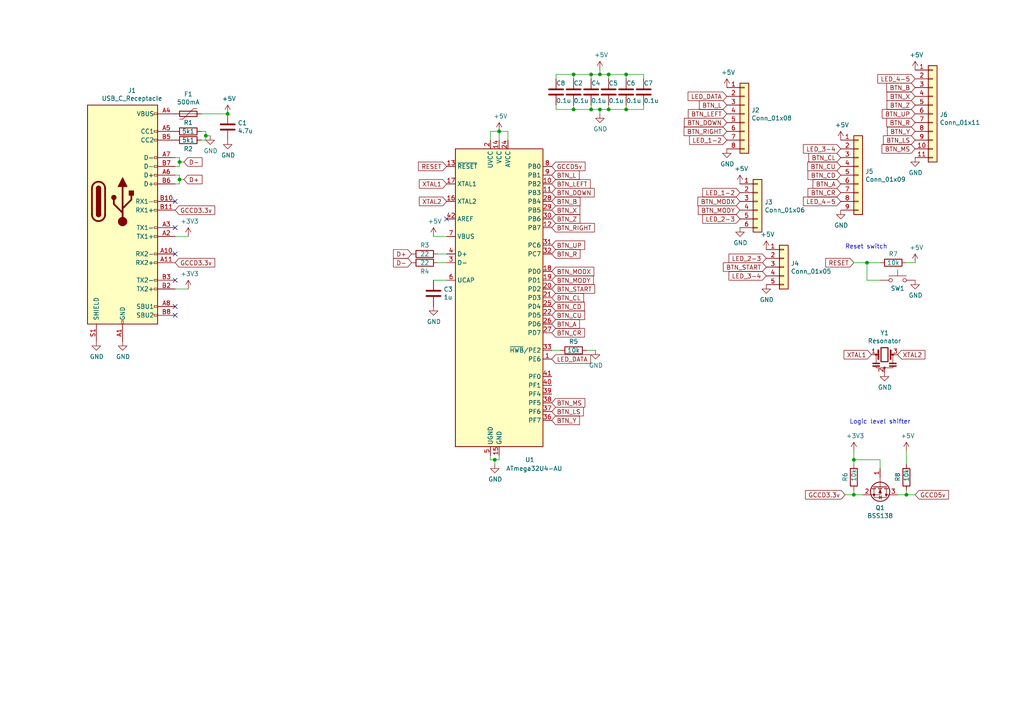
<source format=kicad_sch>
(kicad_sch (version 20230121) (generator eeschema)
  (paper "A4")
  (lib_symbols
    (symbol "Connector:USB_C_Receptacle" (pin_names (offset 1.016))
      (property "Reference" "J" (at -10.16 29.21 0))
      (property "Value" "USB_C_Receptacle" (at 10.16 29.21 0))
      (symbol "USB_C_Receptacle_0_0"
        (rectangle (start -0.254 -35.56) (end 0.254 -34.544))
        (rectangle (start 10.16 -32.766) (end 9.144 -33.274))
        (rectangle (start 10.16 -30.226) (end 9.144 -30.734))
        (rectangle (start 10.16 -25.146) (end 9.144 -25.654))
        (rectangle (start 10.16 -22.606) (end 9.144 -23.114))
        (rectangle (start 10.16 -17.526) (end 9.144 -18.034))
        (rectangle (start 10.16 -14.986) (end 9.144 -15.494))
        (rectangle (start 10.16 -9.906) (end 9.144 -10.414))
        (rectangle (start 10.16 -7.366) (end 9.144 -7.874))
        (rectangle (start 10.16 -2.286) (end 9.144 -2.794))
        (rectangle (start 10.16 0.254) (end 9.144 -0.254))
        (rectangle (start 10.16 5.334) (end 9.144 4.826))
        (rectangle (start 10.16 7.874) (end 9.144 7.366))
        (rectangle (start 10.16 10.414) (end 9.144 9.906))
        (rectangle (start 10.16 12.954) (end 9.144 12.446))
        (rectangle (start 10.16 18.034) (end 9.144 17.526))
        (rectangle (start 10.16 20.574) (end 9.144 20.066))
        (rectangle (start 10.16 25.654) (end 9.144 25.146))
      )
      (symbol "USB_C_Receptacle_0_1"
        (rectangle (start -10.16 27.94) (end 10.16 -35.56) (stroke (width 0.254)) (fill (type background)))
        (arc (start -8.89 -3.81) (mid -6.985 -5.7067) (end -5.08 -3.81) (stroke (width 0.508)))
        (arc (start -7.62 -3.81) (mid -6.985 -4.4423) (end -6.35 -3.81) (stroke (width 0.254)))
        (arc (start -7.62 -3.81) (mid -6.985 -4.4423) (end -6.35 -3.81) (stroke (width 0.254)) (fill (type outline)))
        (rectangle (start -7.62 -3.81) (end -6.35 3.81) (stroke (width 0.254)) (fill (type outline)))
        (arc (start -6.35 3.81) (mid -6.985 4.4423) (end -7.62 3.81) (stroke (width 0.254)))
        (arc (start -6.35 3.81) (mid -6.985 4.4423) (end -7.62 3.81) (stroke (width 0.254)) (fill (type outline)))
        (arc (start -5.08 3.81) (mid -6.985 5.7067) (end -8.89 3.81) (stroke (width 0.508)))
        (polyline (pts (xy -8.89 -3.81) (xy -8.89 3.81)) (stroke (width 0.508)))
        (polyline (pts (xy -5.08 3.81) (xy -5.08 -3.81)) (stroke (width 0.508)))
      )
      (symbol "USB_C_Receptacle_1_1"
        (circle (center -2.54 1.143) (radius 0.635) (stroke (width 0.254)) (fill (type outline)))
        (circle (center 0 -5.842) (radius 1.27) (fill (type outline)))
        (polyline (pts (xy 0 -5.842) (xy 0 4.318)) (stroke (width 0.508)))
        (polyline (pts (xy 0 -3.302) (xy -2.54 -0.762) (xy -2.54 0.508)) (stroke (width 0.508)))
        (polyline (pts (xy 0 -2.032) (xy 2.54 0.508) (xy 2.54 1.778)) (stroke (width 0.508)))
        (polyline (pts (xy -1.27 4.318) (xy 0 6.858) (xy 1.27 4.318) (xy -1.27 4.318)) (stroke (width 0.254)) (fill (type outline)))
        (rectangle (start 1.905 1.778) (end 3.175 3.048) (stroke (width 0.254)) (fill (type outline)))
        (pin passive line (at 0 -40.64 90) (length 5.08) (name "GND") (number "A1"))
        (pin bidirectional line (at 15.24 -15.24 180) (length 5.08) (name "RX2-") (number "A10"))
        (pin bidirectional line (at 15.24 -17.78 180) (length 5.08) (name "RX2+") (number "A11"))
        (pin passive line (at 0 -40.64 90) (length 5.08) hide (name "GND") (number "A12"))
        (pin bidirectional line (at 15.24 -10.16 180) (length 5.08) (name "TX1+") (number "A2"))
        (pin bidirectional line (at 15.24 -7.62 180) (length 5.08) (name "TX1-") (number "A3"))
        (pin passive line (at 15.24 25.4 180) (length 5.08) (name "VBUS") (number "A4"))
        (pin bidirectional line (at 15.24 20.32 180) (length 5.08) (name "CC1") (number "A5"))
        (pin bidirectional line (at 15.24 7.62 180) (length 5.08) (name "D+") (number "A6"))
        (pin bidirectional line (at 15.24 12.7 180) (length 5.08) (name "D-") (number "A7"))
        (pin bidirectional line (at 15.24 -30.48 180) (length 5.08) (name "SBU1") (number "A8"))
        (pin passive line (at 15.24 25.4 180) (length 5.08) hide (name "VBUS") (number "A9"))
        (pin passive line (at 0 -40.64 90) (length 5.08) hide (name "GND") (number "B1"))
        (pin bidirectional line (at 15.24 0 180) (length 5.08) (name "RX1-") (number "B10"))
        (pin bidirectional line (at 15.24 -2.54 180) (length 5.08) (name "RX1+") (number "B11"))
        (pin passive line (at 0 -40.64 90) (length 5.08) hide (name "GND") (number "B12"))
        (pin bidirectional line (at 15.24 -25.4 180) (length 5.08) (name "TX2+") (number "B2"))
        (pin bidirectional line (at 15.24 -22.86 180) (length 5.08) (name "TX2-") (number "B3"))
        (pin passive line (at 15.24 25.4 180) (length 5.08) hide (name "VBUS") (number "B4"))
        (pin bidirectional line (at 15.24 17.78 180) (length 5.08) (name "CC2") (number "B5"))
        (pin bidirectional line (at 15.24 5.08 180) (length 5.08) (name "D+") (number "B6"))
        (pin bidirectional line (at 15.24 10.16 180) (length 5.08) (name "D-") (number "B7"))
        (pin bidirectional line (at 15.24 -33.02 180) (length 5.08) (name "SBU2") (number "B8"))
        (pin passive line (at 15.24 25.4 180) (length 5.08) hide (name "VBUS") (number "B9"))
        (pin passive line (at -7.62 -40.64 90) (length 5.08) (name "SHIELD") (number "S1"))
      )
    )
    (symbol "Connector_Generic:Conn_01x05" (pin_names (offset 1.016) hide)
      (property "Reference" "J" (at 0 7.62 0))
      (property "Value" "Conn_01x05" (at 0 -7.62 0))
      (symbol "Conn_01x05_1_1"
        (rectangle (start -1.27 -4.953) (end 0 -5.207) (stroke (width 0.1524)))
        (rectangle (start -1.27 -2.413) (end 0 -2.667) (stroke (width 0.1524)))
        (rectangle (start -1.27 0.127) (end 0 -0.127) (stroke (width 0.1524)))
        (rectangle (start -1.27 2.667) (end 0 2.413) (stroke (width 0.1524)))
        (rectangle (start -1.27 5.207) (end 0 4.953) (stroke (width 0.1524)))
        (rectangle (start -1.27 6.35) (end 1.27 -6.35) (stroke (width 0.254)) (fill (type background)))
        (pin passive line (at -5.08 5.08 0) (length 3.81) (name "Pin_1") (number "1"))
        (pin passive line (at -5.08 2.54 0) (length 3.81) (name "Pin_2") (number "2"))
        (pin passive line (at -5.08 0 0) (length 3.81) (name "Pin_3") (number "3"))
        (pin passive line (at -5.08 -2.54 0) (length 3.81) (name "Pin_4") (number "4"))
        (pin passive line (at -5.08 -5.08 0) (length 3.81) (name "Pin_5") (number "5"))
      )
    )
    (symbol "Connector_Generic:Conn_01x06" (pin_names (offset 1.016) hide)
      (property "Reference" "J" (at 0 7.62 0))
      (property "Value" "Conn_01x06" (at 0 -10.16 0))
      (symbol "Conn_01x06_1_1"
        (rectangle (start -1.27 -7.493) (end 0 -7.747) (stroke (width 0.1524)))
        (rectangle (start -1.27 -4.953) (end 0 -5.207) (stroke (width 0.1524)))
        (rectangle (start -1.27 -2.413) (end 0 -2.667) (stroke (width 0.1524)))
        (rectangle (start -1.27 0.127) (end 0 -0.127) (stroke (width 0.1524)))
        (rectangle (start -1.27 2.667) (end 0 2.413) (stroke (width 0.1524)))
        (rectangle (start -1.27 5.207) (end 0 4.953) (stroke (width 0.1524)))
        (rectangle (start -1.27 6.35) (end 1.27 -8.89) (stroke (width 0.254)) (fill (type background)))
        (pin passive line (at -5.08 5.08 0) (length 3.81) (name "Pin_1") (number "1"))
        (pin passive line (at -5.08 2.54 0) (length 3.81) (name "Pin_2") (number "2"))
        (pin passive line (at -5.08 0 0) (length 3.81) (name "Pin_3") (number "3"))
        (pin passive line (at -5.08 -2.54 0) (length 3.81) (name "Pin_4") (number "4"))
        (pin passive line (at -5.08 -5.08 0) (length 3.81) (name "Pin_5") (number "5"))
        (pin passive line (at -5.08 -7.62 0) (length 3.81) (name "Pin_6") (number "6"))
      )
    )
    (symbol "Connector_Generic:Conn_01x08" (pin_names (offset 1.016) hide)
      (property "Reference" "J" (at 0 10.16 0))
      (property "Value" "Conn_01x08" (at 0 -12.7 0))
      (symbol "Conn_01x08_1_1"
        (rectangle (start -1.27 -10.033) (end 0 -10.287) (stroke (width 0.1524)))
        (rectangle (start -1.27 -7.493) (end 0 -7.747) (stroke (width 0.1524)))
        (rectangle (start -1.27 -4.953) (end 0 -5.207) (stroke (width 0.1524)))
        (rectangle (start -1.27 -2.413) (end 0 -2.667) (stroke (width 0.1524)))
        (rectangle (start -1.27 0.127) (end 0 -0.127) (stroke (width 0.1524)))
        (rectangle (start -1.27 2.667) (end 0 2.413) (stroke (width 0.1524)))
        (rectangle (start -1.27 5.207) (end 0 4.953) (stroke (width 0.1524)))
        (rectangle (start -1.27 7.747) (end 0 7.493) (stroke (width 0.1524)))
        (rectangle (start -1.27 8.89) (end 1.27 -11.43) (stroke (width 0.254)) (fill (type background)))
        (pin passive line (at -5.08 7.62 0) (length 3.81) (name "Pin_1") (number "1"))
        (pin passive line (at -5.08 5.08 0) (length 3.81) (name "Pin_2") (number "2"))
        (pin passive line (at -5.08 2.54 0) (length 3.81) (name "Pin_3") (number "3"))
        (pin passive line (at -5.08 0 0) (length 3.81) (name "Pin_4") (number "4"))
        (pin passive line (at -5.08 -2.54 0) (length 3.81) (name "Pin_5") (number "5"))
        (pin passive line (at -5.08 -5.08 0) (length 3.81) (name "Pin_6") (number "6"))
        (pin passive line (at -5.08 -7.62 0) (length 3.81) (name "Pin_7") (number "7"))
        (pin passive line (at -5.08 -10.16 0) (length 3.81) (name "Pin_8") (number "8"))
      )
    )
    (symbol "Connector_Generic:Conn_01x09" (pin_names (offset 1.016) hide)
      (property "Reference" "J" (at 0 12.7 0))
      (property "Value" "Conn_01x09" (at 0 -12.7 0))
      (symbol "Conn_01x09_1_1"
        (rectangle (start -1.27 -10.033) (end 0 -10.287) (stroke (width 0.1524)))
        (rectangle (start -1.27 -7.493) (end 0 -7.747) (stroke (width 0.1524)))
        (rectangle (start -1.27 -4.953) (end 0 -5.207) (stroke (width 0.1524)))
        (rectangle (start -1.27 -2.413) (end 0 -2.667) (stroke (width 0.1524)))
        (rectangle (start -1.27 0.127) (end 0 -0.127) (stroke (width 0.1524)))
        (rectangle (start -1.27 2.667) (end 0 2.413) (stroke (width 0.1524)))
        (rectangle (start -1.27 5.207) (end 0 4.953) (stroke (width 0.1524)))
        (rectangle (start -1.27 7.747) (end 0 7.493) (stroke (width 0.1524)))
        (rectangle (start -1.27 10.287) (end 0 10.033) (stroke (width 0.1524)))
        (rectangle (start -1.27 11.43) (end 1.27 -11.43) (stroke (width 0.254)) (fill (type background)))
        (pin passive line (at -5.08 10.16 0) (length 3.81) (name "Pin_1") (number "1"))
        (pin passive line (at -5.08 7.62 0) (length 3.81) (name "Pin_2") (number "2"))
        (pin passive line (at -5.08 5.08 0) (length 3.81) (name "Pin_3") (number "3"))
        (pin passive line (at -5.08 2.54 0) (length 3.81) (name "Pin_4") (number "4"))
        (pin passive line (at -5.08 0 0) (length 3.81) (name "Pin_5") (number "5"))
        (pin passive line (at -5.08 -2.54 0) (length 3.81) (name "Pin_6") (number "6"))
        (pin passive line (at -5.08 -5.08 0) (length 3.81) (name "Pin_7") (number "7"))
        (pin passive line (at -5.08 -7.62 0) (length 3.81) (name "Pin_8") (number "8"))
        (pin passive line (at -5.08 -10.16 0) (length 3.81) (name "Pin_9") (number "9"))
      )
    )
    (symbol "Connector_Generic:Conn_01x11" (pin_names (offset 1.016) hide)
      (property "Reference" "J" (at 0 15.24 0))
      (property "Value" "Conn_01x11" (at 0 -15.24 0))
      (symbol "Conn_01x11_1_1"
        (rectangle (start -1.27 -12.573) (end 0 -12.827) (stroke (width 0.1524)))
        (rectangle (start -1.27 -10.033) (end 0 -10.287) (stroke (width 0.1524)))
        (rectangle (start -1.27 -7.493) (end 0 -7.747) (stroke (width 0.1524)))
        (rectangle (start -1.27 -4.953) (end 0 -5.207) (stroke (width 0.1524)))
        (rectangle (start -1.27 -2.413) (end 0 -2.667) (stroke (width 0.1524)))
        (rectangle (start -1.27 0.127) (end 0 -0.127) (stroke (width 0.1524)))
        (rectangle (start -1.27 2.667) (end 0 2.413) (stroke (width 0.1524)))
        (rectangle (start -1.27 5.207) (end 0 4.953) (stroke (width 0.1524)))
        (rectangle (start -1.27 7.747) (end 0 7.493) (stroke (width 0.1524)))
        (rectangle (start -1.27 10.287) (end 0 10.033) (stroke (width 0.1524)))
        (rectangle (start -1.27 12.827) (end 0 12.573) (stroke (width 0.1524)))
        (rectangle (start -1.27 13.97) (end 1.27 -13.97) (stroke (width 0.254)) (fill (type background)))
        (pin passive line (at -5.08 12.7 0) (length 3.81) (name "Pin_1") (number "1"))
        (pin passive line (at -5.08 -10.16 0) (length 3.81) (name "Pin_10") (number "10"))
        (pin passive line (at -5.08 -12.7 0) (length 3.81) (name "Pin_11") (number "11"))
        (pin passive line (at -5.08 10.16 0) (length 3.81) (name "Pin_2") (number "2"))
        (pin passive line (at -5.08 7.62 0) (length 3.81) (name "Pin_3") (number "3"))
        (pin passive line (at -5.08 5.08 0) (length 3.81) (name "Pin_4") (number "4"))
        (pin passive line (at -5.08 2.54 0) (length 3.81) (name "Pin_5") (number "5"))
        (pin passive line (at -5.08 0 0) (length 3.81) (name "Pin_6") (number "6"))
        (pin passive line (at -5.08 -2.54 0) (length 3.81) (name "Pin_7") (number "7"))
        (pin passive line (at -5.08 -5.08 0) (length 3.81) (name "Pin_8") (number "8"))
        (pin passive line (at -5.08 -7.62 0) (length 3.81) (name "Pin_9") (number "9"))
      )
    )
    (symbol "Device:C" (pin_numbers hide) (pin_names (offset 0.254))
      (property "Reference" "C" (at 0.635 2.54 0))
      (property "Value" "C" (at 0.635 -2.54 0))
      (symbol "C_0_1"
        (polyline (pts (xy -2.032 -0.762) (xy 2.032 -0.762)) (stroke (width 0.508)))
        (polyline (pts (xy -2.032 0.762) (xy 2.032 0.762)) (stroke (width 0.508)))
      )
      (symbol "C_1_1"
        (pin passive line (at 0 3.81 270) (length 2.794) (name "~") (number "1"))
        (pin passive line (at 0 -3.81 90) (length 2.794) (name "~") (number "2"))
      )
    )
    (symbol "Device:Polyfuse" (pin_numbers hide) (pin_names (offset 0))
      (property "Reference" "F" (at -2.54 0 90))
      (property "Value" "Polyfuse" (at 2.54 0 90))
      (symbol "Polyfuse_0_1"
        (rectangle (start -0.762 2.54) (end 0.762 -2.54) (stroke (width 0.254)))
        (polyline (pts (xy 0 2.54) (xy 0 -2.54)))
        (polyline (pts (xy -1.524 2.54) (xy -1.524 1.524) (xy 1.524 -1.524) (xy 1.524 -2.54)))
      )
      (symbol "Polyfuse_1_1"
        (pin passive line (at 0 3.81 270) (length 1.27) (name "~") (number "1"))
        (pin passive line (at 0 -3.81 90) (length 1.27) (name "~") (number "2"))
      )
    )
    (symbol "Device:R" (pin_numbers hide) (pin_names (offset 0))
      (property "Reference" "R" (at 2.032 0 90))
      (property "Value" "R" (at 0 0 90))
      (symbol "R_0_1"
        (rectangle (start -1.016 -2.54) (end 1.016 2.54) (stroke (width 0.254)))
      )
      (symbol "R_1_1"
        (pin passive line (at 0 3.81 270) (length 1.27) (name "~") (number "1"))
        (pin passive line (at 0 -3.81 90) (length 1.27) (name "~") (number "2"))
      )
    )
    (symbol "Device:Resonator" (pin_names (offset 1.016) hide)
      (property "Reference" "Y" (at 0 5.715 0))
      (property "Value" "Resonator" (at 0 3.81 0))
      (symbol "Resonator_0_1"
        (rectangle (start -3.429 -3.175) (end -1.397 -3.429) (fill (type outline)))
        (rectangle (start -3.429 -2.413) (end -1.397 -2.667) (fill (type outline)))
        (circle (center -2.413 0) (radius 0.254) (fill (type outline)))
        (rectangle (start -1.016 2.032) (end 1.016 -2.032) (stroke (width 0.3048)))
        (circle (center 0 -3.81) (radius 0.254) (fill (type outline)))
        (polyline (pts (xy -2.413 -2.413) (xy -2.413 0)))
        (polyline (pts (xy -1.905 0) (xy -3.175 0)))
        (polyline (pts (xy -1.778 -1.27) (xy -1.778 1.27)) (stroke (width 0.508)))
        (polyline (pts (xy 1.778 -1.27) (xy 1.778 1.27)) (stroke (width 0.508)))
        (polyline (pts (xy 1.905 0) (xy 2.54 0)))
        (polyline (pts (xy 2.413 0) (xy 2.413 -2.54)))
        (polyline (pts (xy 2.413 -3.302) (xy 2.413 -3.81) (xy -2.413 -3.81) (xy -2.413 -3.302)))
        (rectangle (start 1.397 -3.175) (end 3.429 -3.429) (fill (type outline)))
        (rectangle (start 1.397 -2.413) (end 3.429 -2.667) (fill (type outline)))
        (circle (center 2.413 0) (radius 0.254) (fill (type outline)))
      )
      (symbol "Resonator_1_1"
        (pin passive line (at -3.81 0 0) (length 1.27) (name "1") (number "1"))
        (pin passive line (at 0 -5.08 90) (length 1.27) (name "2") (number "2"))
        (pin passive line (at 3.81 0 180) (length 1.27) (name "3") (number "3"))
      )
    )
    (symbol "MCU_Microchip_ATmega:ATmega32U4-AU"
      (property "Reference" "U" (at -12.7 44.45 0))
      (property "Value" "MCU_Microchip_ATmega_ATmega32U4-AU" (at 2.54 -44.45 0))
      (symbol "ATmega32U4-AU_0_1"
        (rectangle (start -12.7 -43.18) (end 12.7 43.18) (stroke (width 0.254)) (fill (type background)))
      )
      (symbol "ATmega32U4-AU_1_1"
        (pin bidirectional line (at 15.24 -17.78 180) (length 2.54) (name "PE6") (number "1"))
        (pin bidirectional line (at 15.24 33.02 180) (length 2.54) (name "PB2") (number "10"))
        (pin bidirectional line (at 15.24 30.48 180) (length 2.54) (name "PB3") (number "11"))
        (pin bidirectional line (at 15.24 20.32 180) (length 2.54) (name "PB7") (number "12"))
        (pin input line (at -15.24 38.1 0) (length 2.54) (name "~{RESET}") (number "13"))
        (pin power_in line (at 0 45.72 270) (length 2.54) (name "VCC") (number "14"))
        (pin power_in line (at 0 -45.72 90) (length 2.54) (name "GND") (number "15"))
        (pin output line (at -15.24 27.94 0) (length 2.54) (name "XTAL2") (number "16"))
        (pin input line (at -15.24 33.02 0) (length 2.54) (name "XTAL1") (number "17"))
        (pin bidirectional line (at 15.24 7.62 180) (length 2.54) (name "PD0") (number "18"))
        (pin bidirectional line (at 15.24 5.08 180) (length 2.54) (name "PD1") (number "19"))
        (pin power_in line (at -2.54 45.72 270) (length 2.54) (name "UVCC") (number "2"))
        (pin bidirectional line (at 15.24 2.54 180) (length 2.54) (name "PD2") (number "20"))
        (pin bidirectional line (at 15.24 0 180) (length 2.54) (name "PD3") (number "21"))
        (pin bidirectional line (at 15.24 -5.08 180) (length 2.54) (name "PD5") (number "22"))
        (pin passive line (at 0 -45.72 90) (length 2.54) hide (name "GND") (number "23"))
        (pin power_in line (at 2.54 45.72 270) (length 2.54) (name "AVCC") (number "24"))
        (pin bidirectional line (at 15.24 -2.54 180) (length 2.54) (name "PD4") (number "25"))
        (pin bidirectional line (at 15.24 -7.62 180) (length 2.54) (name "PD6") (number "26"))
        (pin bidirectional line (at 15.24 -10.16 180) (length 2.54) (name "PD7") (number "27"))
        (pin bidirectional line (at 15.24 27.94 180) (length 2.54) (name "PB4") (number "28"))
        (pin bidirectional line (at 15.24 25.4 180) (length 2.54) (name "PB5") (number "29"))
        (pin bidirectional line (at -15.24 10.16 0) (length 2.54) (name "D-") (number "3"))
        (pin bidirectional line (at 15.24 22.86 180) (length 2.54) (name "PB6") (number "30"))
        (pin bidirectional line (at 15.24 15.24 180) (length 2.54) (name "PC6") (number "31"))
        (pin bidirectional line (at 15.24 12.7 180) (length 2.54) (name "PC7") (number "32"))
        (pin bidirectional line (at 15.24 -15.24 180) (length 2.54) (name "~{HWB}/PE2") (number "33"))
        (pin passive line (at 0 45.72 270) (length 2.54) hide (name "VCC") (number "34"))
        (pin passive line (at 0 -45.72 90) (length 2.54) hide (name "GND") (number "35"))
        (pin bidirectional line (at 15.24 -35.56 180) (length 2.54) (name "PF7") (number "36"))
        (pin bidirectional line (at 15.24 -33.02 180) (length 2.54) (name "PF6") (number "37"))
        (pin bidirectional line (at 15.24 -30.48 180) (length 2.54) (name "PF5") (number "38"))
        (pin bidirectional line (at 15.24 -27.94 180) (length 2.54) (name "PF4") (number "39"))
        (pin bidirectional line (at -15.24 12.7 0) (length 2.54) (name "D+") (number "4"))
        (pin bidirectional line (at 15.24 -25.4 180) (length 2.54) (name "PF1") (number "40"))
        (pin bidirectional line (at 15.24 -22.86 180) (length 2.54) (name "PF0") (number "41"))
        (pin passive line (at -15.24 22.86 0) (length 2.54) (name "AREF") (number "42"))
        (pin passive line (at 0 -45.72 90) (length 2.54) hide (name "GND") (number "43"))
        (pin passive line (at 2.54 45.72 270) (length 2.54) hide (name "AVCC") (number "44"))
        (pin passive line (at -2.54 -45.72 90) (length 2.54) (name "UGND") (number "5"))
        (pin passive line (at -15.24 5.08 0) (length 2.54) (name "UCAP") (number "6"))
        (pin input line (at -15.24 17.78 0) (length 2.54) (name "VBUS") (number "7"))
        (pin bidirectional line (at 15.24 38.1 180) (length 2.54) (name "PB0") (number "8"))
        (pin bidirectional line (at 15.24 35.56 180) (length 2.54) (name "PB1") (number "9"))
      )
    )
    (symbol "Switch:SW_Push" (pin_numbers hide) (pin_names (offset 1.016) hide)
      (property "Reference" "SW" (at 1.27 2.54 0))
      (property "Value" "SW_Push" (at 0 -1.524 0))
      (symbol "SW_Push_0_1"
        (circle (center -2.032 0) (radius 0.508))
        (polyline (pts (xy 0 1.27) (xy 0 3.048)))
        (polyline (pts (xy 2.54 1.27) (xy -2.54 1.27)))
        (circle (center 2.032 0) (radius 0.508))
        (pin passive line (at -5.08 0 0) (length 2.54) (name "1") (number "1"))
        (pin passive line (at 5.08 0 180) (length 2.54) (name "2") (number "2"))
      )
    )
    (symbol "Transistor_FET:BSS138" (pin_names hide)
      (property "Reference" "Q" (at 5.08 1.905 0))
      (property "Value" "BSS138" (at 5.08 0 0))
      (symbol "BSS138_0_1"
        (polyline (pts (xy 0.254 0) (xy -2.54 0)))
        (polyline (pts (xy 0.254 1.905) (xy 0.254 -1.905)) (stroke (width 0.254)))
        (polyline (pts (xy 0.762 -1.27) (xy 0.762 -2.286)) (stroke (width 0.254)))
        (polyline (pts (xy 0.762 0.508) (xy 0.762 -0.508)) (stroke (width 0.254)))
        (polyline (pts (xy 0.762 2.286) (xy 0.762 1.27)) (stroke (width 0.254)))
        (polyline (pts (xy 2.54 2.54) (xy 2.54 1.778)))
        (polyline (pts (xy 2.54 -2.54) (xy 2.54 0) (xy 0.762 0)))
        (polyline (pts (xy 0.762 -1.778) (xy 3.302 -1.778) (xy 3.302 1.778) (xy 0.762 1.778)))
        (polyline (pts (xy 1.016 0) (xy 2.032 0.381) (xy 2.032 -0.381) (xy 1.016 0)) (fill (type outline)))
        (polyline (pts (xy 2.794 0.508) (xy 2.921 0.381) (xy 3.683 0.381) (xy 3.81 0.254)))
        (polyline (pts (xy 3.302 0.381) (xy 2.921 -0.254) (xy 3.683 -0.254) (xy 3.302 0.381)))
        (circle (center 1.651 0) (radius 2.794) (stroke (width 0.254)))
        (circle (center 2.54 -1.778) (radius 0.254) (fill (type outline)))
        (circle (center 2.54 1.778) (radius 0.254) (fill (type outline)))
      )
      (symbol "BSS138_1_1"
        (pin input line (at -5.08 0 0) (length 2.54) (name "G") (number "1"))
        (pin passive line (at 2.54 -5.08 90) (length 2.54) (name "S") (number "2"))
        (pin passive line (at 2.54 5.08 270) (length 2.54) (name "D") (number "3"))
      )
    )
    (symbol "power:+3.3V" (power) (pin_names (offset 0))
      (property "Value" "+3.3V" (at 0 3.556 0))
      (symbol "+3.3V_0_1"
        (polyline (pts (xy -0.762 1.27) (xy 0 2.54)))
        (polyline (pts (xy 0 0) (xy 0 2.54)))
        (polyline (pts (xy 0 2.54) (xy 0.762 1.27)))
      )
      (symbol "+3.3V_1_1"
        (pin power_in line (at 0 0 90) (length 0) hide (name "+3V3") (number "1"))
      )
    )
    (symbol "power:+5V" (power) (pin_names (offset 0))
      (property "Value" "+5V" (at 0 3.556 0))
      (symbol "+5V_0_1"
        (polyline (pts (xy -0.762 1.27) (xy 0 2.54)))
        (polyline (pts (xy 0 0) (xy 0 2.54)))
        (polyline (pts (xy 0 2.54) (xy 0.762 1.27)))
      )
      (symbol "+5V_1_1"
        (pin power_in line (at 0 0 90) (length 0) hide (name "+5V") (number "1"))
      )
    )
    (symbol "power:GND" (power) (pin_names (offset 0))
      (property "Value" "GND" (at 0 -3.81 0))
      (symbol "GND_0_1"
        (polyline (pts (xy 0 0) (xy 0 -1.27) (xy 1.27 -1.27) (xy 0 -2.54) (xy -1.27 -1.27) (xy 0 -1.27)))
      )
      (symbol "GND_1_1"
        (pin power_in line (at 0 0 270) (length 0) hide (name "GND") (number "1"))
      )
    )
  )
  (junction (at 171.45 31.75))
  (junction (at 251.46 76.2))
  (junction (at 59.69 39.37))
  (junction (at 247.65 143.51))
  (junction (at 173.99 21.59))
  (junction (at 66.04 33.02))
  (junction (at 166.37 31.75))
  (junction (at 52.07 46.99))
  (junction (at 173.99 31.75))
  (junction (at 176.53 21.59))
  (junction (at 52.07 52.07))
  (junction (at 166.37 21.59))
  (junction (at 171.45 21.59))
  (junction (at 144.78 38.1))
  (junction (at 143.51 133.35))
  (junction (at 176.53 31.75))
  (junction (at 247.65 133.35))
  (junction (at 262.89 143.51))
  (junction (at 181.61 21.59))
  (junction (at 181.61 31.75))
  (no_connect (at 50.8 73.66))
  (no_connect (at 50.8 81.28))
  (no_connect (at 50.8 88.9))
  (no_connect (at 50.8 58.42))
  (no_connect (at 50.8 91.44))
  (no_connect (at 50.8 66.04))
  (no_connect (at 129.54 63.5))
  (wire (pts (xy 262.89 143.51) (xy 260.35 143.51)))
  (wire (pts (xy 247.65 130.81) (xy 247.65 133.35)))
  (wire (pts (xy 59.69 38.1) (xy 59.69 39.37)))
  (wire (pts (xy 176.53 31.75) (xy 181.61 31.75)))
  (wire (pts (xy 161.29 31.75) (xy 161.29 30.48)))
  (wire (pts (xy 181.61 22.86) (xy 181.61 21.59)))
  (wire (pts (xy 52.07 52.07) (xy 52.07 53.34)))
  (wire (pts (xy 171.45 21.59) (xy 173.99 21.59)))
  (wire (pts (xy 54.61 68.58) (xy 50.8 68.58)))
  (wire (pts (xy 58.42 38.1) (xy 59.69 38.1)))
  (wire (pts (xy 52.07 52.07) (xy 52.07 50.8)))
  (wire (pts (xy 144.78 133.35) (xy 144.78 132.08)))
  (wire (pts (xy 171.45 22.86) (xy 171.45 21.59)))
  (wire (pts (xy 186.69 22.86) (xy 186.69 21.59)))
  (wire (pts (xy 144.78 38.1) (xy 144.78 40.64)))
  (wire (pts (xy 142.24 133.35) (xy 143.51 133.35)))
  (wire (pts (xy 181.61 31.75) (xy 186.69 31.75)))
  (wire (pts (xy 173.99 31.75) (xy 176.53 31.75)))
  (wire (pts (xy 166.37 22.86) (xy 166.37 21.59)))
  (wire (pts (xy 255.27 76.2) (xy 251.46 76.2)))
  (wire (pts (xy 52.07 46.99) (xy 52.07 48.26)))
  (wire (pts (xy 129.54 76.2) (xy 127 76.2)))
  (wire (pts (xy 142.24 38.1) (xy 142.24 40.64)))
  (wire (pts (xy 171.45 31.75) (xy 173.99 31.75)))
  (wire (pts (xy 173.99 20.32) (xy 173.99 21.59)))
  (wire (pts (xy 255.27 135.89) (xy 255.27 133.35)))
  (wire (pts (xy 181.61 31.75) (xy 181.61 30.48)))
  (wire (pts (xy 59.69 40.64) (xy 58.42 40.64)))
  (wire (pts (xy 255.27 81.28) (xy 251.46 81.28)))
  (wire (pts (xy 265.43 143.51) (xy 262.89 143.51)))
  (wire (pts (xy 176.53 21.59) (xy 176.53 22.86)))
  (wire (pts (xy 186.69 31.75) (xy 186.69 30.48)))
  (wire (pts (xy 173.99 21.59) (xy 176.53 21.59)))
  (wire (pts (xy 52.07 53.34) (xy 50.8 53.34)))
  (wire (pts (xy 52.07 45.72) (xy 52.07 46.99)))
  (wire (pts (xy 262.89 130.81) (xy 262.89 134.62)))
  (wire (pts (xy 247.65 133.35) (xy 247.65 134.62)))
  (wire (pts (xy 53.34 52.07) (xy 52.07 52.07)))
  (wire (pts (xy 125.73 68.58) (xy 129.54 68.58)))
  (wire (pts (xy 58.42 33.02) (xy 66.04 33.02)))
  (wire (pts (xy 147.32 38.1) (xy 144.78 38.1)))
  (wire (pts (xy 173.99 33.02) (xy 173.99 31.75)))
  (wire (pts (xy 181.61 21.59) (xy 176.53 21.59)))
  (wire (pts (xy 147.32 40.64) (xy 147.32 38.1)))
  (wire (pts (xy 50.8 83.82) (xy 54.61 83.82)))
  (wire (pts (xy 265.43 76.2) (xy 262.89 76.2)))
  (wire (pts (xy 161.29 31.75) (xy 166.37 31.75)))
  (wire (pts (xy 125.73 81.28) (xy 129.54 81.28)))
  (wire (pts (xy 161.29 22.86) (xy 161.29 21.59)))
  (wire (pts (xy 127 73.66) (xy 129.54 73.66)))
  (wire (pts (xy 262.89 143.51) (xy 262.89 142.24)))
  (wire (pts (xy 166.37 21.59) (xy 161.29 21.59)))
  (wire (pts (xy 251.46 81.28) (xy 251.46 76.2)))
  (wire (pts (xy 144.78 38.1) (xy 142.24 38.1)))
  (wire (pts (xy 59.69 39.37) (xy 59.69 40.64)))
  (wire (pts (xy 52.07 50.8) (xy 50.8 50.8)))
  (wire (pts (xy 53.34 46.99) (xy 52.07 46.99)))
  (wire (pts (xy 160.02 101.6) (xy 162.56 101.6)))
  (wire (pts (xy 166.37 31.75) (xy 166.37 30.48)))
  (wire (pts (xy 186.69 21.59) (xy 181.61 21.59)))
  (wire (pts (xy 247.65 143.51) (xy 250.19 143.51)))
  (wire (pts (xy 166.37 21.59) (xy 171.45 21.59)))
  (wire (pts (xy 143.51 133.35) (xy 144.78 133.35)))
  (wire (pts (xy 171.45 31.75) (xy 166.37 31.75)))
  (wire (pts (xy 172.72 101.6) (xy 170.18 101.6)))
  (wire (pts (xy 255.27 133.35) (xy 247.65 133.35)))
  (wire (pts (xy 142.24 132.08) (xy 142.24 133.35)))
  (wire (pts (xy 247.65 143.51) (xy 247.65 142.24)))
  (wire (pts (xy 52.07 48.26) (xy 50.8 48.26)))
  (wire (pts (xy 50.8 45.72) (xy 52.07 45.72)))
  (wire (pts (xy 245.11 143.51) (xy 247.65 143.51)))
  (wire (pts (xy 251.46 76.2) (xy 247.65 76.2)))
  (wire (pts (xy 59.69 39.37) (xy 60.96 39.37)))
  (wire (pts (xy 176.53 30.48) (xy 176.53 31.75)))
  (wire (pts (xy 143.51 133.35) (xy 143.51 134.62)))
  (wire (pts (xy 171.45 30.48) (xy 171.45 31.75)))
  (text "Logic level shifter" (at 246.38 123.19 0) (effects (font (size 1.27 1.27)) (justify left bottom)))
  (text "Reset switch" (at 245.11 72.39 0) (effects (font (size 1.27 1.27)) (justify left bottom)))
  (global_label "GCCD5v" (shape input) (at 160.02 48.26 0) (property "Intersheetrefs" "${INTERSHEET_REFS}" (effects hide)))
  (global_label "BTN_DOWN" (shape input) (at 210.82 35.56 180) (property "Intersheetrefs" "${INTERSHEET_REFS}" (effects hide)))
  (global_label "GCCD3.3v" (shape input) (at 50.8 60.96 0) (property "Intersheetrefs" "${INTERSHEET_REFS}" (effects hide)))
  (global_label "BTN_MS" (shape input) (at 265.43 43.18 180) (property "Intersheetrefs" "${INTERSHEET_REFS}" (effects hide)))
  (global_label "BTN_START" (shape input) (at 160.02 83.82 0) (property "Intersheetrefs" "${INTERSHEET_REFS}" (effects hide)))
  (global_label "BTN_L" (shape input) (at 160.02 50.8 0) (property "Intersheetrefs" "${INTERSHEET_REFS}" (effects hide)))
  (global_label "BTN_R" (shape input) (at 265.43 35.56 180) (property "Intersheetrefs" "${INTERSHEET_REFS}" (effects hide)))
  (global_label "BTN_DOWN" (shape input) (at 160.02 55.88 0) (property "Intersheetrefs" "${INTERSHEET_REFS}" (effects hide)))
  (global_label "BTN_CR" (shape input) (at 243.84 55.88 180) (property "Intersheetrefs" "${INTERSHEET_REFS}" (effects hide)))
  (global_label "D+" (shape input) (at 119.38 73.66 180) (property "Intersheetrefs" "${INTERSHEET_REFS}" (effects hide)))
  (global_label "D+" (shape input) (at 53.34 52.07 0) (property "Intersheetrefs" "${INTERSHEET_REFS}" (effects hide)))
  (global_label "LED_DATA" (shape input) (at 210.82 27.94 180) (property "Intersheetrefs" "${INTERSHEET_REFS}" (effects hide)))
  (global_label "BTN_Y" (shape input) (at 160.02 121.92 0) (property "Intersheetrefs" "${INTERSHEET_REFS}" (effects hide)))
  (global_label "BTN_LS" (shape input) (at 265.43 40.64 180) (property "Intersheetrefs" "${INTERSHEET_REFS}" (effects hide)))
  (global_label "D-" (shape input) (at 119.38 76.2 180) (property "Intersheetrefs" "${INTERSHEET_REFS}" (effects hide)))
  (global_label "GCCD3.3v" (shape input) (at 50.8 76.2 0) (property "Intersheetrefs" "${INTERSHEET_REFS}" (effects hide)))
  (global_label "LED_3-4" (shape input) (at 243.84 43.18 180) (property "Intersheetrefs" "${INTERSHEET_REFS}" (effects hide)))
  (global_label "BTN_MODX" (shape input) (at 214.63 58.42 180) (property "Intersheetrefs" "${INTERSHEET_REFS}" (effects hide)))
  (global_label "BTN_UP" (shape input) (at 265.43 33.02 180) (property "Intersheetrefs" "${INTERSHEET_REFS}" (effects hide)))
  (global_label "LED_4-5" (shape input) (at 265.43 22.86 180) (property "Intersheetrefs" "${INTERSHEET_REFS}" (effects hide)))
  (global_label "BTN_B" (shape input) (at 160.02 58.42 0) (property "Intersheetrefs" "${INTERSHEET_REFS}" (effects hide)))
  (global_label "BTN_R" (shape input) (at 160.02 73.66 0) (property "Intersheetrefs" "${INTERSHEET_REFS}" (effects hide)))
  (global_label "D-" (shape input) (at 53.34 46.99 0) (property "Intersheetrefs" "${INTERSHEET_REFS}" (effects hide)))
  (global_label "BTN_Y" (shape input) (at 265.43 38.1 180) (property "Intersheetrefs" "${INTERSHEET_REFS}" (effects hide)))
  (global_label "BTN_B" (shape input) (at 265.43 25.4 180) (property "Intersheetrefs" "${INTERSHEET_REFS}" (effects hide)))
  (global_label "BTN_MODX" (shape input) (at 160.02 78.74 0) (property "Intersheetrefs" "${INTERSHEET_REFS}" (effects hide)))
  (global_label "BTN_MODY" (shape input) (at 160.02 81.28 0) (property "Intersheetrefs" "${INTERSHEET_REFS}" (effects hide)))
  (global_label "BTN_CD" (shape input) (at 243.84 50.8 180) (property "Intersheetrefs" "${INTERSHEET_REFS}" (effects hide)))
  (global_label "LED_2-3" (shape input) (at 222.25 74.93 180) (property "Intersheetrefs" "${INTERSHEET_REFS}" (effects hide)))
  (global_label "BTN_CU" (shape input) (at 160.02 91.44 0) (property "Intersheetrefs" "${INTERSHEET_REFS}" (effects hide)))
  (global_label "BTN_Z" (shape input) (at 265.43 30.48 180) (property "Intersheetrefs" "${INTERSHEET_REFS}" (effects hide)))
  (global_label "BTN_CL" (shape input) (at 160.02 86.36 0) (property "Intersheetrefs" "${INTERSHEET_REFS}" (effects hide)))
  (global_label "BTN_UP" (shape input) (at 160.02 71.12 0) (property "Intersheetrefs" "${INTERSHEET_REFS}" (effects hide)))
  (global_label "BTN_START" (shape input) (at 222.25 77.47 180) (property "Intersheetrefs" "${INTERSHEET_REFS}" (effects hide)))
  (global_label "LED_2-3" (shape input) (at 214.63 63.5 180) (property "Intersheetrefs" "${INTERSHEET_REFS}" (effects hide)))
  (global_label "BTN_MS" (shape input) (at 160.02 116.84 0) (property "Intersheetrefs" "${INTERSHEET_REFS}" (effects hide)))
  (global_label "RESET" (shape input) (at 129.54 48.26 180) (property "Intersheetrefs" "${INTERSHEET_REFS}" (effects hide)))
  (global_label "BTN_L" (shape input) (at 210.82 30.48 180) (property "Intersheetrefs" "${INTERSHEET_REFS}" (effects hide)))
  (global_label "BTN_CL" (shape input) (at 243.84 45.72 180) (property "Intersheetrefs" "${INTERSHEET_REFS}" (effects hide)))
  (global_label "BTN_A" (shape input) (at 160.02 93.98 0) (property "Intersheetrefs" "${INTERSHEET_REFS}" (effects hide)))
  (global_label "LED_1-2" (shape input) (at 214.63 55.88 180) (property "Intersheetrefs" "${INTERSHEET_REFS}" (effects hide)))
  (global_label "XTAL2" (shape input) (at 260.35 102.87 0) (property "Intersheetrefs" "${INTERSHEET_REFS}" (effects hide)))
  (global_label "LED_1-2" (shape input) (at 210.82 40.64 180) (property "Intersheetrefs" "${INTERSHEET_REFS}" (effects hide)))
  (global_label "LED_4-5" (shape input) (at 243.84 58.42 180) (property "Intersheetrefs" "${INTERSHEET_REFS}" (effects hide)))
  (global_label "LED_DATA" (shape input) (at 160.02 104.14 0) (property "Intersheetrefs" "${INTERSHEET_REFS}" (effects hide)))
  (global_label "XTAL1" (shape input) (at 129.54 53.34 180) (property "Intersheetrefs" "${INTERSHEET_REFS}" (effects hide)))
  (global_label "BTN_X" (shape input) (at 265.43 27.94 180) (property "Intersheetrefs" "${INTERSHEET_REFS}" (effects hide)))
  (global_label "XTAL1" (shape input) (at 252.73 102.87 180) (property "Intersheetrefs" "${INTERSHEET_REFS}" (effects hide)))
  (global_label "BTN_MODY" (shape input) (at 214.63 60.96 180) (property "Intersheetrefs" "${INTERSHEET_REFS}" (effects hide)))
  (global_label "BTN_RIGHT" (shape input) (at 160.02 66.04 0) (property "Intersheetrefs" "${INTERSHEET_REFS}" (effects hide)))
  (global_label "BTN_CD" (shape input) (at 160.02 88.9 0) (property "Intersheetrefs" "${INTERSHEET_REFS}" (effects hide)))
  (global_label "BTN_A" (shape input) (at 243.84 53.34 180) (property "Intersheetrefs" "${INTERSHEET_REFS}" (effects hide)))
  (global_label "BTN_CR" (shape input) (at 160.02 96.52 0) (property "Intersheetrefs" "${INTERSHEET_REFS}" (effects hide)))
  (global_label "BTN_X" (shape input) (at 160.02 60.96 0) (property "Intersheetrefs" "${INTERSHEET_REFS}" (effects hide)))
  (global_label "BTN_RIGHT" (shape input) (at 210.82 38.1 180) (property "Intersheetrefs" "${INTERSHEET_REFS}" (effects hide)))
  (global_label "BTN_LEFT" (shape input) (at 160.02 53.34 0) (property "Intersheetrefs" "${INTERSHEET_REFS}" (effects hide)))
  (global_label "LED_3-4" (shape input) (at 222.25 80.01 180) (property "Intersheetrefs" "${INTERSHEET_REFS}" (effects hide)))
  (global_label "BTN_LEFT" (shape input) (at 210.82 33.02 180) (property "Intersheetrefs" "${INTERSHEET_REFS}" (effects hide)))
  (global_label "GCCD3.3v" (shape input) (at 245.11 143.51 180) (property "Intersheetrefs" "${INTERSHEET_REFS}" (effects hide)))
  (global_label "GCCD5v" (shape input) (at 265.43 143.51 0) (property "Intersheetrefs" "${INTERSHEET_REFS}" (effects hide)))
  (global_label "BTN_CU" (shape input) (at 243.84 48.26 180) (property "Intersheetrefs" "${INTERSHEET_REFS}" (effects hide)))
  (global_label "XTAL2" (shape input) (at 129.54 58.42 180) (property "Intersheetrefs" "${INTERSHEET_REFS}" (effects hide)))
  (global_label "BTN_LS" (shape input) (at 160.02 119.38 0) (property "Intersheetrefs" "${INTERSHEET_REFS}" (effects hide)))
  (global_label "BTN_Z" (shape input) (at 160.02 63.5 0) (property "Intersheetrefs" "${INTERSHEET_REFS}" (effects hide)))
  (global_label "RESET" (shape input) (at 247.65 76.2 180) (property "Intersheetrefs" "${INTERSHEET_REFS}" (effects hide)))
  (symbol (lib_id "MCU_Microchip_ATmega:ATmega32U4-AU") (at 144.78 86.36 0) (unit 1)
    (property "Reference" "U1" (at 153.67 133.35 0))
    (property "Value" "ATmega32U4-AU" (at 154.94 135.89 0))
    (property "Footprint" "Package_QFP:TQFP-44_10x10mm_P0.8mm" (effects hide))
    (property "Datasheet" "http://ww1.microchip.com/downloads/en/DeviceDoc/Atmel-7766-8-bit-AVR-ATmega16U4-32U4_Datasheet.pdf" (effects hide))
    (property "LCSC" "C112161" (effects hide))
  )
  (symbol (lib_id "power:+5V") (at 173.99 20.32 0) (unit 1)
    (property "Reference" "#PWR011" (effects hide))
    (property "Value" "+5V" (at 174.371 15.9258 0))
  )
  (symbol (lib_id "Device:R") (at 123.19 73.66 270) (unit 1)
    (property "Reference" "R3" (at 123.19 71.12 90))
    (property "Value" "22" (at 123.19 73.66 90))
    (property "Footprint" "Resistor_SMD:R_0805_2012Metric" (effects hide))
    (property "LCSC" "C17561" (effects hide))
  )
  (symbol (lib_id "Device:R") (at 123.19 76.2 270) (unit 1)
    (property "Reference" "R4" (at 123.19 78.74 90))
    (property "Value" "22" (at 123.19 76.2 90))
    (property "Footprint" "Resistor_SMD:R_0805_2012Metric" (effects hide))
    (property "LCSC" "C17561" (effects hide))
  )
  (symbol (lib_id "power:+5V") (at 125.73 68.58 0) (unit 1)
    (property "Reference" "#PWR08" (effects hide))
    (property "Value" "+5V" (at 126.111 64.1858 0))
  )
  (symbol (lib_id "Device:C") (at 125.73 85.09 0) (unit 1)
    (property "Reference" "C3" (at 128.651 83.9216 0) (effects (justify left)))
    (property "Value" "1u" (at 128.651 86.233 0) (effects (justify left)))
    (property "Footprint" "Capacitor_SMD:C_0805_2012Metric" (effects hide))
    (property "LCSC" "C28323" (effects hide))
  )
  (symbol (lib_id "power:GND") (at 125.73 88.9 0) (unit 1)
    (property "Reference" "#PWR09" (effects hide))
    (property "Value" "GND" (at 125.857 93.2942 0))
  )
  (symbol (lib_id "power:GND") (at 143.51 134.62 0) (unit 1)
    (property "Reference" "#PWR010" (effects hide))
    (property "Value" "GND" (at 143.637 139.0142 0))
  )
  (symbol (lib_id "Device:R") (at 166.37 101.6 270) (unit 1)
    (property "Reference" "R5" (at 166.37 99.06 90))
    (property "Value" "10k" (at 166.37 101.6 90))
    (property "Footprint" "Resistor_SMD:R_0805_2012Metric" (effects hide))
    (property "LCSC" "C17414" (effects hide))
  )
  (symbol (lib_id "power:GND") (at 172.72 101.6 0) (unit 1)
    (property "Reference" "#PWR012" (effects hide))
    (property "Value" "GND" (at 172.847 105.9942 0))
  )
  (symbol (lib_id "Connector:USB_C_Receptacle") (at 35.56 58.42 0) (unit 1)
    (property "Reference" "J1" (at 38.2778 26.2382 0))
    (property "Value" "USB_C_Receptacle" (at 38.2778 28.5496 0))
    (property "Footprint" "USB_C:USB_C_LCSC_C456013" (effects hide))
    (property "Datasheet" "https://www.usb.org/sites/default/files/documents/usb_type-c.zip" (effects hide))
    (property "LCSC" "C456013" (effects hide))
  )
  (symbol (lib_id "Device:Polyfuse") (at 54.61 33.02 270) (unit 1)
    (property "Reference" "F1" (at 54.61 27.305 90))
    (property "Value" "500mA" (at 54.61 29.6164 90))
    (property "Footprint" "Fuse:Fuse_1206_3216Metric" (effects hide))
    (property "LCSC" "C261952" (effects hide))
  )
  (symbol (lib_id "power:+5V") (at 66.04 33.02 0) (unit 1)
    (property "Reference" "#PWR06" (effects hide))
    (property "Value" "+5V" (at 66.421 28.6258 0))
  )
  (symbol (lib_id "power:GND") (at 35.56 99.06 0) (unit 1)
    (property "Reference" "#PWR02" (effects hide))
    (property "Value" "GND" (at 35.687 103.4542 0))
  )
  (symbol (lib_id "power:GND") (at 27.94 99.06 0) (unit 1)
    (property "Reference" "#PWR01" (effects hide))
    (property "Value" "GND" (at 28.067 103.4542 0))
  )
  (symbol (lib_id "Device:R") (at 54.61 40.64 270) (unit 1)
    (property "Reference" "R2" (at 54.61 43.18 90))
    (property "Value" "5k1" (at 54.61 40.64 90))
    (property "Footprint" "Resistor_SMD:R_0805_2012Metric" (effects hide))
    (property "LCSC" "C27834" (effects hide))
  )
  (symbol (lib_id "Device:R") (at 54.61 38.1 270) (unit 1)
    (property "Reference" "R1" (at 54.61 35.56 90))
    (property "Value" "5k1" (at 54.61 38.1 90))
    (property "Footprint" "Resistor_SMD:R_0805_2012Metric" (effects hide))
    (property "LCSC" "C27834" (effects hide))
  )
  (symbol (lib_id "power:GND") (at 60.96 39.37 0) (unit 1)
    (property "Reference" "#PWR05" (effects hide))
    (property "Value" "GND" (at 61.087 43.7642 0))
  )
  (symbol (lib_id "Device:Resonator") (at 256.54 102.87 0) (unit 1)
    (property "Reference" "Y1" (at 256.54 96.5708 0))
    (property "Value" "Resonator" (at 256.54 98.8822 0))
    (property "Footprint" "Crystal:Resonator_SMD_Murata_CSTxExxV-3Pin_3.0x1.1mm" (effects hide))
    (property "LCSC" "C341521" (effects hide))
  )
  (symbol (lib_id "power:GND") (at 256.54 107.95 0) (unit 1)
    (property "Reference" "#PWR014" (effects hide))
    (property "Value" "GND" (at 256.667 112.3442 0))
  )
  (symbol (lib_id "Device:C") (at 66.04 36.83 0) (unit 1)
    (property "Reference" "C1" (at 68.961 35.6616 0) (effects (justify left)))
    (property "Value" "4.7u" (at 68.961 37.973 0) (effects (justify left)))
    (property "Footprint" "Capacitor_SMD:C_0805_2012Metric" (effects hide))
    (property "LCSC" "C1779" (effects hide))
  )
  (symbol (lib_id "power:GND") (at 66.04 40.64 0) (unit 1)
    (property "Reference" "#PWR07" (effects hide))
    (property "Value" "GND" (at 66.167 45.0342 0))
  )
  (symbol (lib_id "Device:R") (at 259.08 76.2 270) (unit 1)
    (property "Reference" "R7" (at 259.08 73.66 90))
    (property "Value" "10k" (at 259.08 76.2 90))
    (property "Footprint" "Resistor_SMD:R_0805_2012Metric" (effects hide))
    (property "LCSC" "C17414" (effects hide))
  )
  (symbol (lib_id "power:+5V") (at 265.43 76.2 0) (unit 1)
    (property "Reference" "#PWR016" (effects hide))
    (property "Value" "+5V" (at 265.811 71.8058 0))
  )
  (symbol (lib_id "Switch:SW_Push") (at 260.35 81.28 0) (unit 1)
    (property "Reference" "SW1" (at 260.35 83.6422 0))
    (property "Value" "reset" (effects hide))
    (property "Footprint" "TestPoint:TestPoint_2Pads_Pitch2.54mm_Drill0.8mm" (effects hide))
  )
  (symbol (lib_id "power:GND") (at 265.43 81.28 0) (unit 1)
    (property "Reference" "#PWR017" (effects hide))
    (property "Value" "GND" (at 265.557 85.6742 0))
  )
  (symbol (lib_id "power:+3.3V") (at 54.61 83.82 0) (unit 1)
    (property "Reference" "#PWR04" (effects hide))
    (property "Value" "+3.3V" (at 54.991 79.4258 0))
  )
  (symbol (lib_id "power:+3.3V") (at 54.61 68.58 0) (unit 1)
    (property "Reference" "#PWR03" (effects hide))
    (property "Value" "+3.3V" (at 54.991 64.1858 0))
  )
  (symbol (lib_id "Transistor_FET:BSS138") (at 255.27 140.97 270) (unit 1)
    (property "Reference" "Q1" (at 255.27 147.2946 90))
    (property "Value" "BSS138" (at 255.27 149.606 90))
    (property "Footprint" "Package_TO_SOT_SMD:SOT-23" (effects hide))
    (property "Datasheet" "https://www.fairchildsemi.com/datasheets/BS/BSS138.pdf" (effects hide))
    (property "LCSC" "C427380" (effects hide))
  )
  (symbol (lib_id "Device:R") (at 247.65 138.43 0) (unit 1)
    (property "Reference" "R6" (at 245.11 139.7 90) (effects (justify left)))
    (property "Value" "10k" (at 247.65 139.7 90) (effects (justify left)))
    (property "Footprint" "Resistor_SMD:R_0805_2012Metric" (effects hide))
    (property "LCSC" "C17414" (effects hide))
  )
  (symbol (lib_id "Device:R") (at 262.89 138.43 0) (unit 1)
    (property "Reference" "R8" (at 260.35 139.7 90) (effects (justify left)))
    (property "Value" "10k" (at 262.89 139.7 90) (effects (justify left)))
    (property "Footprint" "Resistor_SMD:R_0805_2012Metric" (effects hide))
    (property "LCSC" "C17414" (effects hide))
  )
  (symbol (lib_id "power:+3.3V") (at 247.65 130.81 0) (unit 1)
    (property "Reference" "#PWR013" (effects hide))
    (property "Value" "+3.3V" (at 248.031 126.4158 0))
  )
  (symbol (lib_id "power:+5V") (at 262.89 130.81 0) (unit 1)
    (property "Reference" "#PWR015" (effects hide))
    (property "Value" "+5V" (at 263.271 126.4158 0))
  )
  (symbol (lib_id "Device:C") (at 176.53 26.67 0) (unit 1)
    (property "Reference" "C5" (at 176.53 24.13 0) (effects (justify left)))
    (property "Value" "0.1u" (at 176.53 29.21 0) (effects (justify left)))
    (property "Footprint" "Capacitor_SMD:C_0805_2012Metric" (effects hide))
    (property "LCSC" "C28233" (effects hide))
  )
  (symbol (lib_id "Device:C") (at 171.45 26.67 0) (unit 1)
    (property "Reference" "C4" (at 171.45 24.13 0) (effects (justify left)))
    (property "Value" "0.1u" (at 171.45 29.21 0) (effects (justify left)))
    (property "Footprint" "Capacitor_SMD:C_0805_2012Metric" (effects hide))
    (property "LCSC" "C28233" (effects hide))
  )
  (symbol (lib_id "Device:C") (at 181.61 26.67 0) (unit 1)
    (property "Reference" "C6" (at 181.61 24.13 0) (effects (justify left)))
    (property "Value" "0.1u" (at 181.61 29.21 0) (effects (justify left)))
    (property "Footprint" "Capacitor_SMD:C_0805_2012Metric" (effects hide))
    (property "LCSC" "C28233" (effects hide))
  )
  (symbol (lib_id "Device:C") (at 166.37 26.67 0) (unit 1)
    (property "Reference" "C2" (at 166.37 24.13 0) (effects (justify left)))
    (property "Value" "0.1u" (at 166.37 29.21 0) (effects (justify left)))
    (property "Footprint" "Capacitor_SMD:C_0805_2012Metric" (effects hide))
    (property "LCSC" "C28233" (effects hide))
  )
  (symbol (lib_id "power:GND") (at 173.99 33.02 0) (unit 1)
    (property "Reference" "#PWR0101" (effects hide))
    (property "Value" "GND" (at 174.117 37.4142 0))
  )
  (symbol (lib_id "Device:C") (at 186.69 26.67 0) (unit 1)
    (property "Reference" "C7" (at 186.69 24.13 0) (effects (justify left)))
    (property "Value" "0.1u" (at 186.69 29.21 0) (effects (justify left)))
    (property "Footprint" "Capacitor_SMD:C_0805_2012Metric" (effects hide))
    (property "LCSC" "C28233" (effects hide))
  )
  (symbol (lib_id "power:+5V") (at 144.78 38.1 0) (unit 1)
    (property "Reference" "#PWR0102" (effects hide))
    (property "Value" "+5V" (at 145.161 33.7058 0))
  )
  (symbol (lib_id "Connector_Generic:Conn_01x08") (at 215.9 33.02 0) (unit 1)
    (property "Reference" "J2" (at 217.932 31.9532 0) (effects (justify left)))
    (property "Value" "Conn_01x08" (at 217.932 34.2646 0) (effects (justify left)))
    (property "Footprint" "Connector_PinHeader_2.54mm:PinHeader_1x08_P2.54mm_Vertical" (effects hide))
  )
  (symbol (lib_id "power:GND") (at 210.82 43.18 0) (unit 1)
    (property "Reference" "#PWR0103" (effects hide))
    (property "Value" "GND" (at 210.947 47.5742 0))
  )
  (symbol (lib_id "Device:C") (at 161.29 26.67 0) (unit 1)
    (property "Reference" "C8" (at 161.29 24.13 0) (effects (justify left)))
    (property "Value" "0.1u" (at 161.29 29.21 0) (effects (justify left)))
    (property "Footprint" "Capacitor_SMD:C_0805_2012Metric" (effects hide))
    (property "LCSC" "C28233" (effects hide))
  )
  (symbol (lib_id "Connector_Generic:Conn_01x05") (at 227.33 77.47 0) (unit 1)
    (property "Reference" "J4" (at 229.362 76.4032 0) (effects (justify left)))
    (property "Value" "Conn_01x05" (at 229.362 78.7146 0) (effects (justify left)))
    (property "Footprint" "Connector_PinHeader_2.54mm:PinHeader_1x05_P2.54mm_Vertical" (effects hide))
  )
  (symbol (lib_id "Connector_Generic:Conn_01x06") (at 219.71 58.42 0) (unit 1)
    (property "Reference" "J3" (at 221.742 58.6232 0) (effects (justify left)))
    (property "Value" "Conn_01x06" (at 221.742 60.9346 0) (effects (justify left)))
    (property "Footprint" "Connector_PinHeader_2.54mm:PinHeader_1x06_P2.54mm_Vertical" (effects hide))
  )
  (symbol (lib_id "Connector_Generic:Conn_01x09") (at 248.92 50.8 0) (unit 1)
    (property "Reference" "J5" (at 250.952 49.7332 0) (effects (justify left)))
    (property "Value" "Conn_01x09" (at 250.952 52.0446 0) (effects (justify left)))
    (property "Footprint" "Connector_PinHeader_2.54mm:PinHeader_1x09_P2.54mm_Vertical" (effects hide))
  )
  (symbol (lib_id "Connector_Generic:Conn_01x11") (at 270.51 33.02 0) (unit 1)
    (property "Reference" "J6" (at 272.542 33.2232 0) (effects (justify left)))
    (property "Value" "Conn_01x11" (at 272.542 35.5346 0) (effects (justify left)))
    (property "Footprint" "Connector_PinHeader_2.54mm:PinHeader_1x11_P2.54mm_Vertical" (effects hide))
  )
  (symbol (lib_id "power:GND") (at 214.63 66.04 0) (unit 1)
    (property "Reference" "#PWR0104" (effects hide))
    (property "Value" "GND" (at 214.757 70.4342 0))
  )
  (symbol (lib_id "power:GND") (at 222.25 82.55 0) (unit 1)
    (property "Reference" "#PWR0105" (effects hide))
    (property "Value" "GND" (at 222.377 86.9442 0))
  )
  (symbol (lib_id "power:GND") (at 243.84 60.96 0) (unit 1)
    (property "Reference" "#PWR0106" (effects hide))
    (property "Value" "GND" (at 243.967 65.3542 0))
  )
  (symbol (lib_id "power:GND") (at 265.43 45.72 0) (unit 1)
    (property "Reference" "#PWR0107" (effects hide))
    (property "Value" "GND" (at 265.557 50.1142 0))
  )
  (symbol (lib_id "power:+5V") (at 210.82 25.4 0) (unit 1)
    (property "Reference" "#PWR0108" (effects hide))
    (property "Value" "+5V" (at 211.201 21.0058 0))
  )
  (symbol (lib_id "power:+5V") (at 214.63 53.34 0) (unit 1)
    (property "Reference" "#PWR0109" (effects hide))
    (property "Value" "+5V" (at 215.011 48.9458 0))
  )
  (symbol (lib_id "power:+5V") (at 222.25 72.39 0) (unit 1)
    (property "Reference" "#PWR0110" (effects hide))
    (property "Value" "+5V" (at 222.631 67.9958 0))
  )
  (symbol (lib_id "power:+5V") (at 243.84 40.64 0) (unit 1)
    (property "Reference" "#PWR0111" (effects hide))
    (property "Value" "+5V" (at 244.221 36.2458 0))
  )
  (symbol (lib_id "power:+5V") (at 265.43 20.32 0) (unit 1)
    (property "Reference" "#PWR0112" (effects hide))
    (property "Value" "+5V" (at 265.811 15.9258 0))
  )
)
</source>
